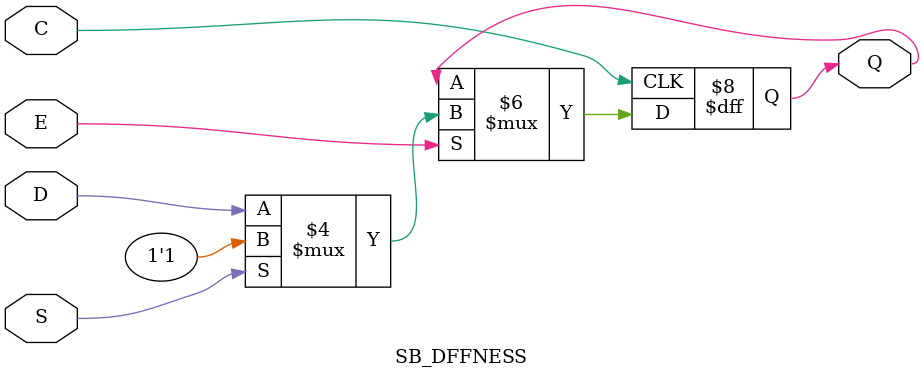
<source format=v>
module SB_DFFNESS (output Q, input C, E, S, D);
	reg Q = 0;
	always @(negedge C)
		if (E) begin
			if (S)
				Q <= 1;
			else
				Q <= D;
		end
endmodule

</source>
